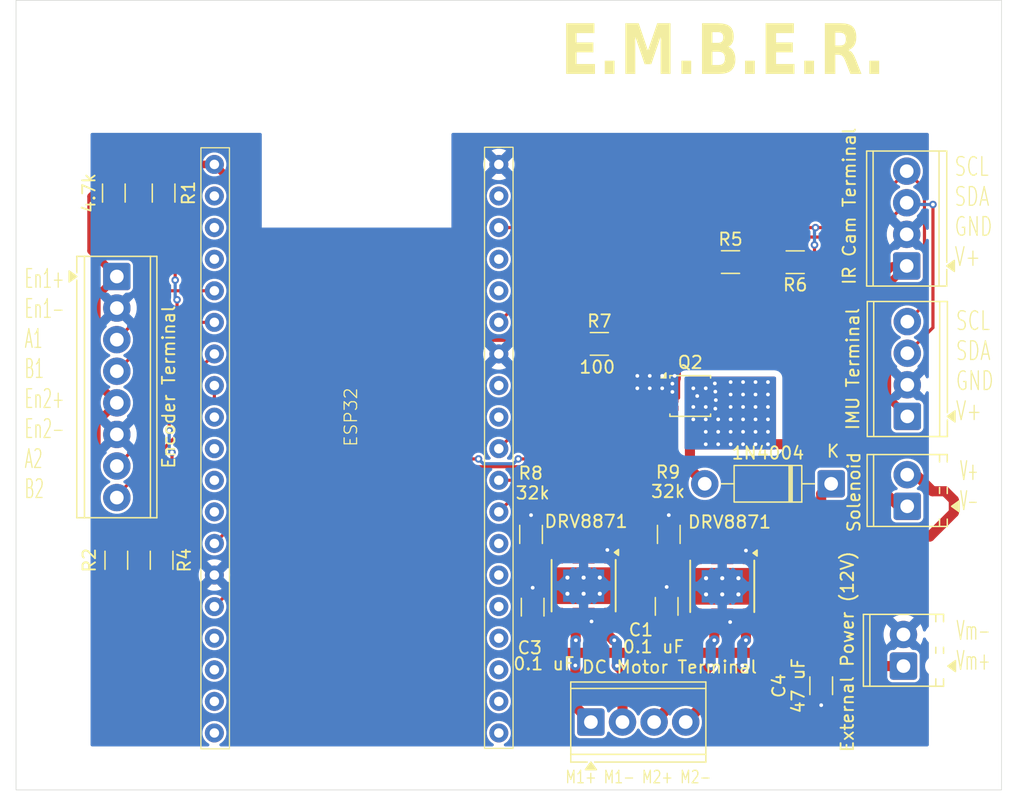
<source format=kicad_pcb>
(kicad_pcb (version 20241229) (generator "pcbnew") (generator_version "9.0")
  (layers (0 "F.Cu" signal) (2 "B.Cu" signal) (13 "F.Paste" user) (15 "B.Paste" user) (5 "F.SilkS" user "F.Silkscreen") (7 "B.SilkS" user "B.Silkscreen") (1 "F.Mask" user) (3 "B.Mask" user) (25 "Edge.Cuts" user))
  (net 0 "")
  (net 1 "+3V3")
  (net 2 "Net-(ESP32-GPIO32{slash}ADC4)")
  (net 6 "GND")
  (net 7 "/Vm")
  (net 14 "Net-(ESP32-GPI35{slash}ADC7)")
  (net 16 "Net-(ESP32-GPIO16{slash}RX2)")
  (net 17 "Net-(ESP32-GPIO21{slash}SDA)")
  (net 24 "Net-(ESP32-GPIO33{slash}ADC5)")
  (net 28 "Net-(ESP32-GPIO13)")
  (net 31 "Net-(ESP32-GPIO17{slash}TX2)")
  (net 32 "Net-(ESP32-GPIO22{slash}SCL)")
  (net 33 "Net-(ESP32-GPI34{slash}ADC6)")
  (net 34 "Net-(ESP32-GPIO12)")
  (net 35 "Net-(ESP32-GPIO5)")
  (net 38 "Net-(J4-Pin_3)")
  (net 39 "Net-(J4-Pin_4)")
  (net 40 "Net-(J4-Pin_2)")
  (net 41 "Net-(J4-Pin_1)")
  (net 42 "Net-(U2-ILIM)")
  (net 43 "Net-(U1-ILIM)")
  (net 44 "Net-(Q2-G)")
  (net 45 "/Q_D")
  (footprint "Resistor_SMD:R_1206_3216Metric_Pad1.30x1.75mm_HandSolder" (layer "F.Cu") (at 45.2 72.53 -90)
    (property "Reference" "R3" (hide yes))
    (property "Value" "~")
    (pad "1" smd roundrect (at -1.55 0 270) (size 1.3 1.75) (layers "F.Cu" "F.Mask" "F.Paste") (roundrect_rratio 0.192308) (net 2 "Net-(ESP32-GPIO32{slash}ADC4)"))
    (pad "2" smd roundrect (at 1.55 0 270) (size 1.3 1.75) (layers "F.Cu" "F.Mask" "F.Paste") (roundrect_rratio 0.192308) (net 1 "+3V3"))
  )
  (footprint "Resistor_SMD:R_1206_3216Metric_Pad1.30x1.75mm_HandSolder" (layer "F.Cu") (at 45 43 90)
    (property "Reference" "R2" (at -29.53 -1.97 270) (layer "F.SilkS"))
    (property "Value" "~")
    (pad "1" smd roundrect (at -1.55 0 90) (size 1.3 1.75) (layers "F.Cu" "F.Mask" "F.Paste") (roundrect_rratio 0.192308) (net 14 "Net-(ESP32-GPI35{slash}ADC7)"))
    (pad "2" smd roundrect (at 1.55 0 90) (size 1.3 1.75) (layers "F.Cu" "F.Mask" "F.Paste") (roundrect_rratio 0.192308) (net 1 "+3V3"))
  )
  (footprint "Capacitor_SMD:C_1206_3216Metric_Pad1.33x1.80mm_HandSolder" (layer "F.Cu") (at 89.43 76.24 90)
    (property "Reference" "C1" (at -1.89 -2.07 180) (layer "F.SilkS"))
    (property "Value" "0.1 uF" (at -3.25 -1.06 180) (layer "F.SilkS"))
    (pad "1" smd roundrect (at -1.5625 0 90) (size 1.325 1.8) (layers "F.Cu" "F.Mask" "F.Paste") (roundrect_rratio 0.188679) (net 7 "/Vm"))
    (pad "2" smd roundrect (at 1.5625 0 90) (size 1.325 1.8) (layers "F.Cu" "F.Mask" "F.Paste") (roundrect_rratio 0.188679) (net 6 "GND"))
  )
  (footprint "Resistor_SMD:R_1206_3216Metric_Pad1.30x1.75mm_HandSolder" (layer "F.Cu") (at 78.53 70.45 -90)
    (property "Reference" "R8" (at -4.92 0.03 180) (layer "F.SilkS"))
    (property "Value" "32k" (at -3.33 -0.13 180) (layer "F.SilkS"))
    (pad "1" smd roundrect (at -1.55 0 270) (size 1.3 1.75) (layers "F.Cu" "F.Mask" "F.Paste") (roundrect_rratio 0.192308) (net 6 "GND"))
    (pad "2" smd roundrect (at 1.55 0 270) (size 1.3 1.75) (layers "F.Cu" "F.Mask" "F.Paste") (roundrect_rratio 0.192308) (net 43 "Net-(U1-ILIM)"))
  )
  (footprint "TerminalBlock_Phoenix:TerminalBlock_Phoenix_MPT-0,5-4-2.54_1x04_P2.54mm_Horizontal" (layer "F.Cu") (at 108.72 48.86 90)
    (property "Reference" "J2")
    (property "Value" "IR Cam Terminal" (at 4.8 -4.61 90) (layer "F.SilkS"))
    (pad "1" thru_hole roundrect (at 0 0 90) (size 2.2 2.2) (drill 1.1) (layers "*.Cu" "*.Mask") (roundrect_rratio 0.113636) (net 1 "+3V3"))
    (pad "2" thru_hole circle (at 2.54 0 90) (size 2.2 2.2) (drill 1.1) (layers "*.Cu" "*.Mask") (net 6 "GND"))
    (pad "3" thru_hole circle (at 5.08 0 90) (size 2.2 2.2) (drill 1.1) (layers "*.Cu" "*.Mask") (net 17 "Net-(ESP32-GPIO21{slash}SDA)"))
    (pad "4" thru_hole circle (at 7.62 0 90) (size 2.2 2.2) (drill 1.1) (layers "*.Cu" "*.Mask") (net 32 "Net-(ESP32-GPIO22{slash}SCL)"))
  )
  (footprint "Capacitor_SMD:C_1206_3216Metric_Pad1.33x1.80mm_HandSolder" (layer "F.Cu") (at 78.66 76.3 90)
    (property "Reference" "C3" (at -3.27 -0.23 180) (layer "F.SilkS"))
    (property "Value" "0.1 uF" (at -4.56 0.91 180) (layer "F.SilkS"))
    (pad "1" smd roundrect (at -1.5625 0 90) (size 1.325 1.8) (layers "F.Cu" "F.Mask" "F.Paste") (roundrect_rratio 0.188679) (net 7 "/Vm"))
    (pad "2" smd roundrect (at 1.5625 0 90) (size 1.325 1.8) (layers "F.Cu" "F.Mask" "F.Paste") (roundrect_rratio 0.188679) (net 6 "GND"))
  )
  (footprint "Resistor_SMD:R_1206_3216Metric_Pad1.30x1.75mm_HandSolder" (layer "F.Cu") (at 48.84 72.53 -90)
    (property "Reference" "R4" (at 0 -1.83 90) (layer "F.SilkS"))
    (property "Value" "4.7k")
    (pad "1" smd roundrect (at -1.55 0 270) (size 1.3 1.75) (layers "F.Cu" "F.Mask" "F.Paste") (roundrect_rratio 0.192308) (net 24 "Net-(ESP32-GPIO33{slash}ADC5)"))
    (pad "2" smd roundrect (at 1.55 0 270) (size 1.3 1.75) (layers "F.Cu" "F.Mask" "F.Paste") (roundrect_rratio 0.192308) (net 1 "+3V3"))
  )
  (footprint "MountingHole:MountingHole_2.7mm_M2.5" (layer "F.Cu") (at 41 87)
    (property "Reference" "H3" (hide yes))
    (property "Value" "MountingHole")
    (pad "" np_thru_hole circle (at 0 0) (size 2.7 2.7) (drill 2.7) (layers "*.Cu" "*.Mask"))
  )
  (footprint "Resistor_SMD:R_1206_3216Metric_Pad1.30x1.75mm_HandSolder" (layer "F.Cu") (at 89.6 70.45 -90)
    (property "Reference" "R9" (at -5 0.06 180) (layer "F.SilkS"))
    (property "Value" "32k" (at -3.45 0.06 180) (layer "F.SilkS"))
    (pad "1" smd roundrect (at -1.55 0 270) (size 1.3 1.75) (layers "F.Cu" "F.Mask" "F.Paste") (roundrect_rratio 0.192308) (net 6 "GND"))
    (pad "2" smd roundrect (at 1.55 0 270) (size 1.3 1.75) (layers "F.Cu" "F.Mask" "F.Paste") (roundrect_rratio 0.192308) (net 42 "Net-(U2-ILIM)"))
  )
  (footprint "ME507F24:ESP32_NodeMCU_KeeYees" (layer "F.Cu") (at 64.51 61.018283)
    (property "Reference" "ESP32" (at -0.46 0 90) (layer "F.SilkS") (effects (font (thickness 0.1))))
    (property "Value" "~")
    (pad "1" thru_hole circle (at -11.43 -20.32) (size 1.524 1.524) (drill 0.762) (layers "*.Cu" "*.Mask") (net 1 "+3V3"))
    (pad "2" thru_hole circle (at -11.43 -17.78) (size 1.524 1.524) (drill 0.762) (layers "*.Cu" "*.Mask"))
    (pad "3" thru_hole circle (at -11.43 -15.24) (size 1.524 1.524) (drill 0.762) (layers "*.Cu" "*.Mask"))
    (pad "4" thru_hole circle (at -11.43 -12.7) (size 1.524 1.524) (drill 0.762) (layers "*.Cu" "*.Mask"))
    (pad "5" thru_hole circle (at -11.43 -10.16) (size 1.524 1.524) (drill 0.762) (layers "*.Cu" "*.Mask") (net 33 "Net-(ESP32-GPI34{slash}ADC6)"))
    (pad "6" thru_hole circle (at -11.43 -7.62) (size 1.524 1.524) (drill 0.762) (layers "*.Cu" "*.Mask") (net 14 "Net-(ESP32-GPI35{slash}ADC7)"))
    (pad "7" thru_hole circle (at -11.43 -5.08) (size 1.524 1.524) (drill 0.762) (layers "*.Cu" "*.Mask") (net 2 "Net-(ESP32-GPIO32{slash}ADC4)"))
    (pad "8" thru_hole circle (at -11.43 -2.54) (size 1.524 1.524) (drill 0.762) (layers "*.Cu" "*.Mask") (net 24 "Net-(ESP32-GPIO33{slash}ADC5)"))
    (pad "9" thru_hole circle (at -11.43 0) (size 1.524 1.524) (drill 0.762) (layers "*.Cu" "*.Mask"))
    (pad "10" thru_hole circle (at -11.43 2.54) (size 1.524 1.524) (drill 0.762) (layers "*.Cu" "*.Mask"))
    (pad "11" thru_hole circle (at -11.43 5.08) (size 1.524 1.524) (drill 0.762) (layers "*.Cu" "*.Mask"))
    (pad "12" thru_hole circle (at -11.43 7.62) (size 1.524 1.524) (drill 0.762) (layers "*.Cu" "*.Mask"))
    (pad "13" thru_hole circle (at -11.43 10.16) (size 1.524 1.524) (drill 0.762) (layers "*.Cu" "*.Mask") (net 34 "Net-(ESP32-GPIO12)"))
    (pad "14" thru_hole circle (at -11.43 12.7) (size 1.524 1.524) (drill 0.762) (layers "*.Cu" "*.Mask") (net 6 "GND"))
    (pad "15" thru_hole circle (at -11.43 15.24) (size 1.524 1.524) (drill 0.762) (layers "*.Cu" "*.Mask") (net 28 "Net-(ESP32-GPIO13)"))
    (pad "16" thru_hole circle (at -11.43 17.78) (size 1.524 1.524) (drill 0.762) (layers "*.Cu" "*.Mask"))
    (pad "17" thru_hole circle (at -11.43 20.32) (size 1.524 1.524) (drill 0.762) (layers "*.Cu" "*.Mask"))
    (pad "18" thru_hole circle (at -11.43 22.86) (size 1.524 1.524) (drill 0.762) (layers "*.Cu" "*.Mask"))
    (pad "19" thru_hole circle (at -11.43 25.4) (size 1.524 1.524) (drill 0.762) (layers "*.Cu" "*.Mask"))
    (pad "20" thru_hole circle (at 11.43 25.4) (size 1.524 1.524) (drill 0.762) (layers "*.Cu" "*.Mask"))
    (pad "21" thru_hole circle (at 11.43 22.86) (size 1.524 1.524) (drill 0.762) (layers "*.Cu" "*.Mask"))
    (pad "22" thru_hole circle (at 11.43 20.32) (size 1.524 1.524) (drill 0.762) (layers "*.Cu" "*.Mask"))
    (pad "23" thru_hole circle (at 11.43 17.78) (size 1.524 1.524) (drill 0.762) (layers "*.Cu" "*.Mask"))
    (pad "24" thru_hole circle (at 11.43 15.24) (size 1.524 1.524) (drill 0.762) (layers "*.Cu" "*.Mask"))
    (pad "25" thru_hole circle (at 11.43 12.7) (size 1.524 1.524) (drill 0.762) (layers "*.Cu" "*.Mask"))
    (pad "26" thru_hole circle (at 11.43 10.16) (size 1.524 1.524) (drill 0.762) (layers "*.Cu" "*.Mask"))
    (pad "27" thru_hole circle (at 11.43 7.62) (size 1.524 1.524) (drill 0.762) (layers "*.Cu" "*.Mask") (net 16 "Net-(ESP32-GPIO16{slash}RX2)"))
    (pad "28" thru_hole circle (at 11.43 5.08) (size 1.524 1.524) (drill 0.762) (layers "*.Cu" "*.Mask") (net 31 "Net-(ESP32-GPIO17{slash}TX2)"))
    (pad "29" thru_hole circle (at 11.43 2.54) (size 1.524 1.524) (drill 0.762) (layers "*.Cu" "*.Mask") (net 35 "Net-(ESP32-GPIO5)"))
    (pad "30" thru_hole circle (at 11.43 0) (size 1.524 1.524) (drill 0.762) (layers "*.Cu" "*.Mask"))
    (pad "31" thru_hole circle (at 11.43 -2.54) (size 1.524 1.524) (drill 0.762) (layers "*.Cu" "*.Mask"))
    (pad "32" thru_hole circle (at 11.43 -5.08) (size 1.524 1.524) (drill 0.762) (layers "*.Cu" "*.Mask") (net 6 "GND"))
    (pad "33" thru_hole circle (at 11.43 -7.62) (size 1.524 1.524) (drill 0.762) (layers "*.Cu" "*.Mask") (net 17 "Net-(ESP32-GPIO21{slash}SDA)"))
    (pad "34" thru_hole circle (at 11.43 -10.16) (size 1.524 1.524) (drill 0.762) (layers "*.Cu" "*.Mask"))
    (pad "35" thru_hole circle (at 11.43 -12.7) (size 1.524 1.524) (drill 0.762) (layers "*.Cu" "*.Mask"))
    (pad "36" thru_hole circle (at 11.43 -15.24) (size 1.524 1.524) (drill 0.762) (layers "*.Cu" "*.Mask") (net 32 "Net-(ESP32-GPIO22{slash}SCL)"))
    (pad "37" thru_hole circle (at 11.43 -17.78) (size 1.524 1.524) (drill 0.762) (layers "*.Cu" "*.Mask"))
    (pad "38" thru_hole circle (at 11.43 -20.32) (size 1.524 1.524) (drill 0.762) (layers "*.Cu" "*.Mask") (net 6 "GND"))
  )
  (footprint "MountingHole:MountingHole_2.7mm_M2.5" (layer "F.Cu") (at 113 31)
    (property "Reference" "H2" (hide yes))
    (property "Value" "MountingHole")
    (pad "" np_thru_hole circle (at 0 0) (size 2.7 2.7) (drill 2.7) (layers "*.Cu" "*.Mask"))
  )
  (footprint "Package_SO:Texas_HTSOP-8-1EP_3.9x4.9mm_P1.27mm_EP2.95x4.9mm_Mask2.4x3.1mm_ThermalVias" (layer "F.Cu") (at 93.895 74.625 -90)
    (property "Reference" "U2")
    (property "Value" "DRV8871" (at -5.165 -0.585 180) (layer "F.SilkS"))
    (pad "1" smd rect (at -2.875 -1.905 270) (size 2.2 0.5) (layers "F.Cu" "F.Mask" "F.Paste") (net 6 "GND"))
    (pad "2" smd rect (at -2.875 -0.635 270) (size 2.2 0.5) (layers "F.Cu" "F.Mask" "F.Paste") (net 34 "Net-(ESP32-GPIO12)"))
    (pad "3" smd rect (at -2.875 0.635 270) (size 2.2 0.5) (layers "F.Cu" "F.Mask" "F.Paste") (net 28 "Net-(ESP32-GPIO13)"))
    (pad "4" smd rect (at -2.875 1.905 270) (size 2.2 0.5) (layers "F.Cu" "F.Mask" "F.Paste") (net 42 "Net-(U2-ILIM)"))
    (pad "5" smd rect (at 2.875 1.905 270) (size 2.2 0.5) (layers "F.Cu" "F.Mask" "F.Paste") (net 7 "/Vm"))
    (pad "6" smd rect (at 2.875 0.635 270) (size 2.2 0.5) (layers "F.Cu" "F.Mask" "F.Paste") (net 38 "Net-(J4-Pin_3)"))
    (pad "7" smd rect (at 2.875 -0.635 270) (size 2.2 0.5) (layers "F.Cu" "F.Mask" "F.Paste") (net 6 "GND"))
    (pad "8" smd rect (at 2.875 -1.905 270) (size 2.2 0.5) (layers "F.Cu" "F.Mask" "F.Paste") (net 39 "Net-(J4-Pin_4)"))
    (pad "9" thru_hole circle (at -0.65 -1.3 270) (size 0.63 0.63) (drill 0.33) (layers "*.Cu" "*.Mask") (net 6 "GND"))
    (pad "9" thru_hole circle (at -0.65 0 270) (size 0.63 0.63) (drill 0.33) (layers "*.Cu" "*.Mask") (net 6 "GND"))
    (pad "9" thru_hole circle (at -0.65 1.3 270) (size 0.63 0.63) (drill 0.33) (layers "*.Cu" "*.Mask") (net 6 "GND"))
    (pad "9" smd rect (at 0 0 270) (size 2.6 3.3) (layers "B.Cu") (net 6 "GND"))
    (pad "9" smd rect (at 0 0 270) (size 2.95 4.9) (layers "F.Cu") (net 6 "GND"))
    (pad "9" thru_hole circle (at 0.65 -1.3 270) (size 0.63 0.63) (drill 0.33) (layers "*.Cu" "*.Mask") (net 6 "GND"))
    (pad "9" thru_hole circle (at 0.65 0 270) (size 0.63 0.63) (drill 0.33) (layers "*.Cu" "*.Mask") (net 6 "GND"))
    (pad "9" thru_hole circle (at 0.65 1.3 270) (size 0.63 0.63) (drill 0.33) (layers "*.Cu" "*.Mask") (net 6 "GND"))
  )
  (footprint "Capacitor_SMD:C_1206_3216Metric_Pad1.33x1.80mm_HandSolder" (layer "F.Cu") (at 101.85 82.62 -90)
    (property "Reference" "C4" (at 0 3.4 90) (layer "F.SilkS"))
    (property "Value" "47 uF" (at 0 1.85 90) (layer "F.SilkS"))
    (pad "1" smd roundrect (at -1.5625 0 270) (size 1.325 1.8) (layers "F.Cu" "F.Mask" "F.Paste") (roundrect_rratio 0.188679) (net 7 "/Vm"))
    (pad "2" smd roundrect (at 1.5625 0 270) (size 1.325 1.8) (layers "F.Cu" "F.Mask" "F.Paste") (roundrect_rratio 0.188679) (net 6 "GND"))
  )
  (footprint "TerminalBlock_Phoenix:TerminalBlock_Phoenix_MPT-0,5-4-2.54_1x04_P2.54mm_Horizontal" (layer "F.Cu") (at 83.34 85.54)
    (property "Reference" "J4")
    (property "Value" "DC Motor Terminal" (at 6.32 -4.42 0) (layer "F.SilkS"))
    (pad "1" thru_hole roundrect (at 0 0) (size 2.2 2.2) (drill 1.1) (layers "*.Cu" "*.Mask") (roundrect_rratio 0.113636) (net 41 "Net-(J4-Pin_1)"))
    (pad "2" thru_hole circle (at 2.54 0) (size 2.2 2.2) (drill 1.1) (layers "*.Cu" "*.Mask") (net 40 "Net-(J4-Pin_2)"))
    (pad "3" thru_hole circle (at 5.08 0) (size 2.2 2.2) (drill 1.1) (layers "*.Cu" "*.Mask") (net 38 "Net-(J4-Pin_3)"))
    (pad "4" thru_hole circle (at 7.62 0) (size 2.2 2.2) (drill 1.1) (layers "*.Cu" "*.Mask") (net 39 "Net-(J4-Pin_4)"))
  )
  (footprint "Resistor_SMD:R_1206_3216Metric_Pad1.30x1.75mm_HandSolder" (layer "F.Cu") (at 99.76 48.56 180)
    (property "Reference" "R6" (at 0 -1.83 0) (layer "F.SilkS"))
    (property "Value" "~")
    (pad "1" smd roundrect (at -1.55 0 180) (size 1.3 1.75) (layers "F.Cu" "F.Mask" "F.Paste") (roundrect_rratio 0.192308) (net 32 "Net-(ESP32-GPIO22{slash}SCL)"))
    (pad "2" smd roundrect (at 1.55 0 180) (size 1.3 1.75) (layers "F.Cu" "F.Mask" "F.Paste") (roundrect_rratio 0.192308) (net 1 "+3V3"))
  )
  (footprint "TerminalBlock_Phoenix:TerminalBlock_Phoenix_MPT-0,5-2-2.54_1x02_P2.54mm_Horizontal" (layer "F.Cu") (at 108.76 68.19 90)
    (property "Reference" "J1")
    (property "Value" "Solenoid" (at 1.14 -4.28 90) (layer "F.SilkS"))
    (pad "" np_thru_hole circle (at 0 2.54 90) (size 1.1 1.1) (drill 1.1) (layers "*.Cu" "*.Mask"))
    (pad "" np_thru_hole circle (at 2.54 2.54 90) (size 1.1 1.1) (drill 1.1) (layers "*.Cu" "*.Mask"))
    (pad "1" thru_hole roundrect (at 0 0 90) (size 2.2 2.2) (drill 1.1) (layers "*.Cu" "*.Mask") (roundrect_rratio 0.113636) (net 45 "/Q_D"))
    (pad "2" thru_hole circle (at 2.54 0 90) (size 2.2 2.2) (drill 1.1) (layers "*.Cu" "*.Mask") (net 7 "/Vm"))
  )
  (footprint "MountingHole:MountingHole_2.7mm_M2.5" (layer "F.Cu") (at 113 87)
    (property "Reference" "H4")
    (property "Value" "MountingHole")
    (pad "" np_thru_hole circle (at 0 0) (size 2.7 2.7) (drill 2.7) (layers "*.Cu" "*.Mask"))
  )
  (footprint "Resistor_SMD:R_1206_3216Metric_Pad1.30x1.75mm_HandSolder" (layer "F.Cu") (at 84.02 55.13)
    (property "Reference" "R7" (at 0 -1.83 0) (layer "F.SilkS"))
    (property "Value" "100" (at -0.17 1.87 0) (layer "F.SilkS"))
    (pad "1" smd roundrect (at -1.55 0) (size 1.3 1.75) (layers "F.Cu" "F.Mask" "F.Paste") (roundrect_rratio 0.192308) (net 35 "Net-(ESP32-GPIO5)"))
    (pad "2" smd roundrect (at 1.55 0) (size 1.3 1.75) (layers "F.Cu" "F.Mask" "F.Paste") (roundrect_rratio 0.192308) (net 44 "Net-(Q2-G)"))
  )
  (footprint "Resistor_SMD:R_1206_3216Metric_Pad1.30x1.75mm_HandSolder" (layer "F.Cu") (at 49 43 90)
    (property "Reference" "R1" (at 0 2 90) (layer "F.SilkS"))
    (property "Value" "~")
    (pad "1" smd roundrect (at -1.55 0 90) (size 1.3 1.75) (layers "F.Cu" "F.Mask" "F.Paste") (roundrect_rratio 0.192308) (net 33 "Net-(ESP32-GPI34{slash}ADC6)"))
    (pad "2" smd roundrect (at 1.55 0 90) (size 1.3 1.75) (layers "F.Cu" "F.Mask" "F.Paste") (roundrect_rratio 0.192308) (net 1 "+3V3"))
  )
  (footprint "Diode_THT:D_DO-41_SOD81_P10.16mm_Horizontal" (layer "F.Cu") (at 102.65 66.38 180)
    (property "Reference" "D1")
    (property "Value" "1N4004" (at 5.08 2.47 0) (layer "F.SilkS"))
    (fp_text user "K" (at -0.15 2.62 0) (layer "F.SilkS"))
    (pad "1" thru_hole roundrect (at 0 0 180) (size 2.2 2.2) (drill 1.1) (layers "*.Cu" "*.Mask") (roundrect_rratio 0.113636) (net 7 "/Vm"))
    (pad "2" thru_hole circle (at 10.16 0 180) (size 2.2 2.2) (drill 1.1) (layers "*.Cu" "*.Mask") (net 45 "/Q_D"))
  )
  (footprint "MountingHole:MountingHole_2.7mm_M2.5" (layer "F.Cu") (at 41 31)
    (property "Reference" "H1" (hide yes))
    (property "Value" "MountingHole")
    (pad "" np_thru_hole circle (at 0 0) (size 2.7 2.7) (drill 2.7) (layers "*.Cu" "*.Mask"))
  )
  (footprint "TerminalBlock_Phoenix:TerminalBlock_Phoenix_MPT-0,5-2-2.54_1x02_P2.54mm_Horizontal" (layer "F.Cu") (at 108.46 81.04 90)
    (property "Reference" "J3")
    (property "Value" "External Power (12V)" (at 1.16 -4.51 90) (layer "F.SilkS"))
    (pad "" np_thru_hole circle (at 0 2.54 90) (size 1.1 1.1) (drill 1.1) (layers "*.Cu" "*.Mask"))
    (pad "" np_thru_hole circle (at 2.54 2.54 90) (size 1.1 1.1) (drill 1.1) (layers "*.Cu" "*.Mask"))
    (pad "1" thru_hole roundrect (at 0 0 90) (size 2.2 2.2) (drill 1.1) (layers "*.Cu" "*.Mask") (roundrect_rratio 0.113636) (net 7 "/Vm"))
    (pad "2" thru_hole circle (at 2.54 0 90) (size 2.2 2.2) (drill 1.1) (layers "*.Cu" "*.Mask") (net 6 "GND"))
  )
  (footprint "Resistor_SMD:R_1206_3216Metric_Pad1.30x1.75mm_HandSolder" (layer "F.Cu") (at 94.56 48.55)
    (property "Reference" "R5" (at 0 -1.83 0) (layer "F.SilkS"))
    (property "Value" "~")
    (pad "1" smd roundrect (at -1.55 0) (size 1.3 1.75) (layers "F.Cu" "F.Mask" "F.Paste") (roundrect_rratio 0.192308) (net 17 "Net-(ESP32-GPIO21{slash}SDA)"))
    (pad "2" smd roundrect (at 1.55 0) (size 1.3 1.75) (layers "F.Cu" "F.Mask" "F.Paste") (roundrect_rratio 0.192308) (net 1 "+3V3"))
  )
  (footprint "Package_SO:Texas_HTSOP-8-1EP_3.9x4.9mm_P1.27mm_EP2.95x4.9mm_Mask2.4x3.1mm_ThermalVias" (layer "F.Cu") (at 82.755 74.575 -90)
    (property "Reference" "U1")
    (property "Value" "DRV8871" (at -5.165 -0.195 180) (layer "F.SilkS"))
    (pad "1" smd rect (at -2.875 -1.905 270) (size 2.2 0.5) (layers "F.Cu" "F.Mask" "F.Paste") (net 6 "GND"))
    (pad "2" smd rect (at -2.875 -0.635 270) (size 2.2 0.5) (layers "F.Cu" "F.Mask" "F.Paste") (net 31 "Net-(ESP32-GPIO17{slash}TX2)"))
    (pad "3" smd rect (at -2.875 0.635 270) (size 2.2 0.5) (layers "F.Cu" "F.Mask" "F.Paste") (net 16 "Net-(ESP32-GPIO16{slash}RX2)"))
    (pad "4" smd rect (at -2.875 1.905 270) (size 2.2 0.5) (layers "F.Cu" "F.Mask" "F.Paste") (net 43 "Net-(U1-ILIM)"))
    (pad "5" smd rect (at 2.875 1.905 270) (size 2.2 0.5) (layers "F.Cu" "F.Mask" "F.Paste") (net 7 "/Vm"))
    (pad "6" smd rect (at 2.875 0.635 270) (size 2.2 0.5) (layers "F.Cu" "F.Mask" "F.Paste") (net 41 "Net-(J4-Pin_1)"))
    (pad "7" smd rect (at 2.875 -0.635 270) (size 2.2 0.5) (layers "F.Cu" "F.Mask" "F.Paste") (net 6 "GND"))
    (pad "8" smd rect (at 2.875 -1.905 270) (size 2.2 0.5) (layers "F.Cu" "F.Mask" "F.Paste") (net 40 "Net-(J4-Pin_2)"))
    (pad "9" thru_hole circle (at -0.65 -1.3 270) (size 0.63 0.63) (drill 0.33) (layers "*.Cu" "*.Mask") (net 6 "GND"))
    (pad "9" thru_hole circle (at -0.65 0 270) (size 0.63 0.63) (drill 0.33) (layers "*.Cu" "*.Mask") (net 6 "GND"))
    (pad "9" thru_hole circle (at -0.65 1.3 270) (size 0.63 0.63) (drill 0.33) (layers "*.Cu" "*.Mask") (net 6 "GND"))
    (pad "9" smd rect (at 0 0 270) (size 2.6 3.3) (layers "B.Cu") (net 6 "GND"))
    (pad "9" smd rect (at 0 0 270) (size 2.95 4.9) (layers "F.Cu") (net 6 "GND"))
    (pad "9" thru_hole circle (at 0.65 -1.3 270) (size 0.63 0.63) (drill 0.33) (layers "*.Cu" "*.Mask") (net 6 "GND"))
    (pad "9" thru_hole circle (at 0.65 0 270) (size 0.63 0.63) (drill 0.33) (layers "*.Cu" "*.Mask") (net 6 "GND"))
    (pad "9" thru_hole circle (at 0.65 1.3 270) (size 0.63 0.63) (drill 0.33) (layers "*.Cu" "*.Mask") (net 6 "GND"))
  )
  (footprint "TerminalBlock_Phoenix:TerminalBlock_Phoenix_MPT-0,5-4-2.54_1x04_P2.54mm_Horizontal" (layer "F.Cu") (at 108.77 60.96 90)
    (property "Reference" "J6")
    (property "Value" "IMU Terminal" (at 3.81 -4.38 90) (layer "F.SilkS"))
    (pad "1" thru_hole roundrect (at 0 0 90) (size 2.2 2.2) (drill 1.1) (layers "*.Cu" "*.Mask") (roundrect_rratio 0.113636) (net 1 "+3V3"))
    (pad "2" thru_hole circle (at 2.54 0 90) (size 2.2 2.2) (drill 1.1) (layers "*.Cu" "*.Mask") (net 6 "GND"))
    (pad "3" thru_hole circle (at 5.08 0 90) (size 2.2 2.2) (drill 1.1) (layers "*.Cu" "*.Mask") (net 17 "Net-(ESP32-GPIO21{slash}SDA)"))
    (pad "4" thru_hole circle (at 7.62 0 90) (size 2.2 2.2) (drill 1.1) (layers "*.Cu" "*.Mask") (net 32 "Net-(ESP32-GPIO22{slash}SCL)"))
  )
  (footprint "TerminalBlock_Phoenix:TerminalBlock_Phoenix_MPT-0,5-8-2.54_1x08_P2.54mm_Horizontal" (layer "F.Cu") (at 45.24 49.71 -90)
    (property "Reference" "J5")
    (property "Value" "Encoder Terminal" (at 8.89 -4.17 90) (layer "F.SilkS"))
    (pad "1" thru_hole roundrect (at 0 0 270) (size 2.2 2.2) (drill 1.1) (layers "*.Cu" "*.Mask") (roundrect_rratio 0.113636) (net 1 "+3V3"))
    (pad "2" thru_hole circle (at 2.54 0 270) (size 2.2 2.2) (drill 1.1) (layers "*.Cu" "*.Mask") (net 6 "GND"))
    (pad "3" thru_hole circle (at 5.08 0 270) (size 2.2 2.2) (drill 1.1) (layers "*.Cu" "*.Mask") (net 33 "Net-(ESP32-GPI34{slash}ADC6)"))
    (pad "4" thru_hole circle (at 7.62 0 270) (size 2.2 2.2) (drill 1.1) (layers "*.Cu" "*.Mask") (net 14 "Net-(ESP32-GPI35{slash}ADC7)"))
    (pad "5" thru_hole circle (at 10.16 0 270) (size 2.2 2.2) (drill 1.1) (layers "*.Cu" "*.Mask") (net 1 "+3V3"))
    (pad "6" thru_hole circle (at 12.7 0 270) (size 2.2 2.2) (drill 1.1) (layers "*.Cu" "*.Mask") (net 6 "GND"))
    (pad "7" thru_hole circle (at 15.24 0 270) (size 2.2 2.2) (drill 1.1) (layers "*.Cu" "*.Mask") (net 2 "Net-(ESP32-GPIO32{slash}ADC4)"))
    (pad "8" thru_hole circle (at 17.78 0 270) (size 2.2 2.2) (drill 1.1) (layers "*.Cu" "*.Mask") (net 24 "Net-(ESP32-GPIO33{slash}ADC5)"))
  )
  (footprint "EMBER_Footprints:MOSFET_Vishay_PowerPAK_1212-8_Single_JACKSON" (layer "F.Cu") (at 91.325 59.32)
    (property "Reference" "Q2" (at 0 -2.7 0) (layer "F.SilkS"))
    (property "Value" "Q_NMOS_SGD")
    (pad "1" smd rect (at -1.435 -0.99) (size 0.99 0.405) (layers "F.Cu" "F.Mask" "F.Paste") (net 6 "GND"))
    (pad "1" smd rect (at -1.435 -0.33) (size 0.99 0.405) (layers "F.Cu" "F.Mask" "F.Paste") (net 6 "GND"))
    (pad "1" smd rect (at -1.435 0.33) (size 0.99 0.405) (layers "F.Cu" "F.Mask" "F.Paste") (net 6 "GND"))
    (pad "2" smd rect (at -1.435 0.99) (size 0.99 0.405) (layers "F.Cu" "F.Mask" "F.Paste") (net 44 "Net-(Q2-G)"))
    (pad "3" smd custom (at 0.5575 0) (size 1.725 2.235) (layers "F.Cu" "F.Mask" "F.Paste") (net 45 "/Q_D") (options (clearance outline) (anchor rect)) (primitives (gr_poly (pts (xy 1.3725 -0.7875) (xy 0.8625 -0.7875) (xy 0.8625 -0.5325) (xy 1.3725 -0.5325) (xy 1.3725 -0.1275) (xy 0.8625 -0.1275) (xy 0.8625 0.1275) (xy 1.3725 0.1275) (xy 1.3725 0.5325) (xy 0.8625 0.5325) (xy 0.8625 0.7875) (xy 1.3725 0.7875) (xy 1.3725 1.195) (xy 0.6125 1.195) (xy 0.6125 -1.195) (xy 1.3725 -1.195)) (width 0) (fill yes))))
  )
  (gr_rect (start 37.14 27.5) (end 116.34 91) (stroke (width 0.05)) (fill no) (layer "Edge.Cuts"))
  (gr_text "E.M.B.E.R." (at 80.94 34.1 0) (layer "F.SilkS") (effects (font (size 4 3.2) (thickness 0.1)) (justify left bottom)))
  (gr_text "4.7k" (at 43 43 90) (layer "F.SilkS") (effects (font (size 1 1))))
  (gr_text "Vm-\nVm+\n" (at 112.64 81.48 0) (layer "F.SilkS") (effects (font (size 1.5 0.8) (thickness 0.1)) (justify left bottom)))
  (gr_text "SCL\nSDA\nGND\nV+" (at 112.6 61.4 0) (layer "F.SilkS") (effects (font (size 1.5 1) (thickness 0.1)) (justify left bottom)))
  (gr_text "M1+ M1- M2+ M2-" (at 81.23 90.55 0) (layer "F.SilkS") (effects (font (size 1 0.75) (thickness 0.1)) (justify left bottom)))
  (gr_text "V+\nV-\n" (at 112.94 68.63 0) (layer "F.SilkS") (effects (font (size 1.5 0.7) (thickness 0.1)) (justify left bottom)))
  (gr_text "En1+\nEn1-\nA1\nB1\nEn2+\nEn2-\nA2\nB2" (at 37.76 67.67 0) (layer "F.SilkS") (effects (font (size 1.5 0.8) (thickness 0.1)) (justify left bottom)))
  (gr_text "SCL\nSDA\nGND\nV+" (at 112.5 49 0) (layer "F.SilkS") (effects (font (size 1.5 1) (thickness 0.1)) (justify left bottom)))
  (segment (start 43.6342 72.5142) (end 45.2 74.08) (width 0.6096) (layer "F.Cu") (net 1))
  (segment (start 97.2 49.57) (end 97.13 49.57) (width 0.6096) (layer "F.Cu") (net 1))
  (segment (start 48.84 74.08) (end 45.2 74.08) (width 0.6096) (layer "F.Cu") (net 1))
  (segment (start 43.6342 61.4758) (end 43.6342 72.5142) (width 0.6096) (layer "F.Cu") (net 1))
  (segment (start 97.2 49.57) (end 98.21 48.56) (width 0.6096) (layer "F.Cu") (net 1))
  (segment (start 104.69 51.76) (end 107.59 48.86) (width 0.6096) (layer "F.Cu") (net 1))
  (segment (start 97.2 51.76) (end 97.2 49.57) (width 0.6096) (layer "F.Cu") (net 1))
  (segment (start 83.3 51.76) (end 97.2 51.76) (width 0.6096) (layer "F.Cu") (net 1))
  (segment (start 43.6342 58.2642) (end 45.24 59.87) (width 0.6096) (layer "F.Cu") (net 1))
  (segment (start 107.59 48.86) (end 108.72 48.86) (width 0.6096) (layer "F.Cu") (net 1))
  (segment (start 107.1642 50.4158) (end 107.1642 59.3542) (width 0.6096) (layer "F.Cu") (net 1))
  (segment (start 55.5 45.160376) (end 65.005707 54.666083) (width 0.6096) (layer "F.Cu") (net 1))
  (segment (start 53.08 40.698283) (end 49.751717 40.698283) (width 0.6096) (layer "F.Cu") (net 1))
  (segment (start 45.24 59.87) (end 43.6342 61.4758) (width 0.6096) (layer "F.Cu") (net 1))
  (segment (start 55.5 43.118283) (end 55.5 45.160376) (width 0.6096) (layer "F.Cu") (net 1))
  (segment (start 53.08 40.698283) (end 55.5 43.118283) (width 0.6096) (layer "F.Cu") (net 1))
  (segment (start 97.2 51.76) (end 104.69 51.76) (width 0.6096) (layer "F.Cu") (net 1))
  (segment (start 49 41.45) (end 45 41.45) (width 0.6096) (layer "F.Cu") (net 1))
  (segment (start 80.393917 54.666083) (end 83.3 51.76) (width 0.6096) (layer "F.Cu") (net 1))
  (segment (start 43.17 43.28) (end 43.17 47.64) (width 0.6096) (layer "F.Cu") (net 1))
  (segment (start 49.751717 40.698283) (end 49 41.45) (width 0.6096) (layer "F.Cu") (net 1))
  (segment (start 45 41.45) (end 43.17 43.28) (width 0.6096) (layer "F.Cu") (net 1))
  (segment (start 43.17 47.64) (end 45.24 49.71) (width 0.6096) (layer "F.Cu") (net 1))
  (segment (start 97.13 49.57) (end 96.11 48.55) (width 0.6096) (layer "F.Cu") (net 1))
  (segment (start 45.24 49.71) (end 43.6342 51.3158) (width 0.6096) (layer "F.Cu") (net 1))
  (segment (start 43.6342 51.3158) (end 43.6342 58.2642) (width 0.6096) (layer "F.Cu") (net 1))
  (segment (start 107.1642 59.3542) (end 108.77 60.96) (width 0.6096) (layer "F.Cu") (net 1))
  (segment (start 65.005707 54.666083) (end 80.393917 54.666083) (width 0.6096) (layer "F.Cu") (net 1))
  (segment (start 108.72 48.86) (end 107.1642 50.4158) (width 0.6096) (layer "F.Cu") (net 1))
  (segment (start 51.88 57.138283) (end 53.08 55.938283) (width 0.254) (layer "F.Cu") (net 2))
  (segment (start 45.24 64.95) (end 49.45 60.74) (width 0.254) (layer "F.Cu") (net 2))
  (segment (start 49.45 60.74) (end 49.45 62.09) (width 0.254) (layer "F.Cu") (net 2))
  (segment (start 51.88 58.31) (end 51.88 57.138283) (width 0.254) (layer "F.Cu") (net 2))
  (segment (start 49.675129 66.504871) (end 49.675129 63.85) (width 0.254) (layer "F.Cu") (net 2))
  (segment (start 45.2 70.98) (end 49.675129 66.504871) (width 0.254) (layer "F.Cu") (net 2))
  (segment (start 49.45 60.74) (end 51.88 58.31) (width 0.254) (layer "F.Cu") (net 2))
  (via (at 49.675129 63.85) (size 0.6) (drill 0.3) (layers "F.Cu" "B.Cu") (net 2))
  (via (at 49.45 62.09) (size 0.6) (drill 0.3) (layers "F.Cu" "B.Cu") (net 2))
  (segment (start 49.45 63.624871) (end 49.675129 63.85) (width 0.254) (layer "B.Cu") (net 2))
  (segment (start 49.45 62.09) (end 49.45 63.624871) (width 0.254) (layer "B.Cu") (net 2))
  (segment (start 89.89 59.65) (end 89.89 58.33) (width 0.254) (layer "F.Cu") (net 6))
  (via (at 78.66 74.7375) (size 0.6) (drill 0.3) (layers "F.Cu" "B.Cu") (net 6))
  (via (at 87.07 58.7) (size 0.6) (drill 0.3) (layers "F.Cu" "B.Cu") (net 6))
  (via (at 88.07 57.7) (size 0.6) (drill 0.3) (layers "F.Cu" "B.Cu") (net 6))
  (via (at 89.07 57.7) (size 0.6) (drill 0.3) (layers "F.Cu" "B.Cu") (net 6))
  (via (at 84.66 71.7) (size 0.6) (drill 0.3) (layers "F.Cu" "B.Cu") (net 6))
  (via (at 89.89 58.33) (size 0.6) (drill 0.3) (layers "F.Cu" "B.Cu") (net 6))
  (via (at 89.6 68.9) (size 0.6) (drill 0.3) (layers "F.Cu" "B.Cu") (net 6))
  (via (at 89.89 58.99) (size 0.6) (drill 0.3) (layers "F.Cu" "B.Cu") (net 6))
  (via (at 87.07 57.7) (size 0.6) (drill 0.3) (layers "F.Cu" "B.Cu") (net 6))
  (via (at 78.53 68.9) (size 0.6) (drill 0.3) (layers "F.Cu" "B.Cu") (net 6))
  (via (at 83.39 77.45) (size 0.6) (drill 0.3) (layers "F.Cu" "B.Cu") (net 6))
  (via (at 95.8 71.75) (size 0.6) (drill 0.3) (layers "F.Cu" "B.Cu") (net 6))
  (via (at 90.07 57.7) (size 0.6) (drill 0.3) (layers "F.Cu" "B.Cu") (net 6))
  (via (at 89.43 74.6775) (size 0.6) (drill 0.3) (layers "F.Cu" "B.Cu") (net 6))
  (via (at 101.85 84.1825) (size 0.6) (drill 0.3) (layers "F.Cu" "B.Cu") (net 6))
  (via (at 94.53 77.5) (size 0.6) (drill 0.3) (layers "F.Cu" "B.Cu") (net 6))
  (via (at 88.07 58.7) (size 0.6) (drill 0.3) (layers "F.Cu" "B.Cu") (net 6))
  (via (at 89.07 58.7) (size 0.6) (drill 0.3) (layers "F.Cu" "B.Cu") (net 6))
  (segment (start 110.577521 70.62) (end 101.85 70.62) (width 0.8128) (layer "F.Cu") (net 7))
  (segment (start 91.6037 79.9762) (end 89.43 77.8025) (width 0.8128) (layer "F.Cu") (net 7))
  (segment (start 110.799879 66.9826) (end 111.800121 66.9826) (width 0.8128) (layer "F.Cu") (net 7))
  (segment (start 100.7687 79.9762) (end 91.6037 79.9762) (width 0.8128) (layer "F.Cu") (net 7))
  (segment (start 101.85 67.18) (end 102.65 66.38) (width 0.8128) (layer "F.Cu") (net 7))
  (segment (start 108.76 65.65) (end 109.467279 65.65) (width 0.8128) (layer "F.Cu") (net 7))
  (segment (start 80.4375 77.8625) (end 80.85 77.45) (width 0.8128) (layer "F.Cu") (net 7))
  (segment (start 101.8675 81.04) (end 101.85 81.0575) (width 0.8128) (layer "F.Cu") (net 7))
  (segment (start 89.43 77.8025) (end 91.6875 77.8025) (width 0.8128) (layer "F.Cu") (net 7))
  (segment (start 101.85 70.62) (end 101.85 67.18) (width 0.8128) (layer "F.Cu") (net 7))
  (segment (start 109.467279 65.65) (end 110.799879 66.9826) (width 0.8128) (layer "F.Cu") (net 7))
  (segment (start 80.7737 79.9762) (end 91.6037 79.9762) (width 0.8128) (layer "F.Cu") (net 7))
  (segment (start 78.66 77.8625) (end 80.7737 79.9762) (width 0.8128) (layer "F.Cu") (net 7))
  (segment (start 112.5074 68.690121) (end 110.577521 70.62) (width 0.8128) (layer "F.Cu") (net 7))
  (segment (start 111.800121 66.9826) (end 112.5074 67.689879) (width 0.8128) (layer "F.Cu") (net 7))
  (segment (start 101.85 81.0575) (end 100.7687 79.9762) (width 0.8128) (layer "F.Cu") (net 7))
  (segment (start 91.6875 77.8025) (end 91.99 77.5) (width 0.8128) (layer "F.Cu") (net 7))
  (segment (start 108.46 81.04) (end 101.8675 81.04) (width 0.8128) (layer "F.Cu") (net 7))
  (segment (start 101.85 81.0575) (end 101.85 70.62) (width 0.8128) (layer "F.Cu") (net 7))
  (segment (start 112.5074 67.689879) (end 112.5074 68.690121) (width 0.8128) (layer "F.Cu") (net 7))
  (segment (start 78.66 77.8625) (end 80.4375 77.8625) (width 0.8128) (layer "F.Cu") (net 7))
  (segment (start 50.08 53.398283) (end 53.08 53.398283) (width 0.254) (layer "F.Cu") (net 14))
  (segment (start 45 44.55) (end 46.32 44.55) (width 0.254) (layer "F.Cu") (net 14))
  (segment (start 50.08 53.398283) (end 50.08 51.58) (width 0.254) (layer "F.Cu") (net 14))
  (segment (start 46.32 44.55) (end 49.73 47.96) (width 0.254) (layer "F.Cu") (net 14))
  (segment (start 49.73 47.96) (end 49.93 48.16) (width 0.254) (layer "F.Cu") (net 14))
  (segment (start 49.171717 53.398283) (end 50.08 53.398283) (width 0.254) (layer "F.Cu") (net 14))
  (segment (start 49.93 48.16) (end 49.93 50) (width 0.254) (layer "F.Cu") (net 14))
  (segment (start 45.24 57.33) (end 49.171717 53.398283) (width 0.254) (layer "F.Cu") (net 14))
  (via (at 49.93 50) (size 0.6) (drill 0.3) (layers "F.Cu" "B.Cu") (net 14))
  (via (at 50.08 51.58) (size 0.6) (drill 0.3) (layers "F.Cu" "B.Cu") (net 14))
  (segment (start 49.93 51.43) (end 50.08 51.58) (width 0.254) (layer "B.Cu") (net 14))
  (segment (start 49.93 50) (end 49.93 51.43) (width 0.254) (layer "B.Cu") (net 14))
  (segment (start 82.12 70.640658) (end 82.12 71.7) (width 0.254) (layer "F.Cu") (net 16))
  (segment (start 75.94 68.638283) (end 76.701999 67.876284) (width 0.254) (layer "F.Cu") (net 16))
  (segment (start 76.701999 67.876284) (end 79.355626 67.876284) (width 0.254) (layer "F.Cu") (net 16))
  (segment (start 79.355626 67.876284) (end 82.12 70.640658) (width 0.254) (layer "F.Cu") (net 16))
  (segment (start 110.83 43.92) (end 110.83 43.91) (width 0.254) (layer "F.Cu") (net 17))
  (segment (start 93.09 46.54) (end 93.01 46.62) (width 0.254) (layer "F.Cu") (net 17))
  (segment (start 93.09 46.54) (end 105.96 46.54) (width 0.254) (layer "F.Cu") (net 17))
  (segment (start 75.94 53.398283) (end 82.798283 46.54) (width 0.254) (layer "F.Cu") (net 17))
  (segment (start 82.798283 46.54) (end 93.09 46.54) (width 0.254) (layer "F.Cu") (net 17))
  (segment (start 105.96 46.54) (end 108.72 43.78) (width 0.254) (layer "F.Cu") (net 17))
  (segment (start 108.77 55.88) (end 110.83 53.82) (width 0.254) (layer "F.Cu") (net 17))
  (segment (start 110.83 53.82) (end 110.83 43.92) (width 0.254) (layer "F.Cu") (net 17))
  (segment (start 93.01 46.62) (end 93.01 48.55) (width 0.254) (layer "F.Cu") (net 17))
  (via (at 110.83 43.92) (size 0.6) (drill 0.3) (layers "F.Cu" "B.Cu") (net 17))
  (segment (start 110.83 43.92) (end 108.86 43.92) (width 0.254) (layer "B.Cu") (net 17))
  (segment (start 108.86 43.92) (end 108.72 43.78) (width 0.254) (layer "B.Cu") (net 17))
  (segment (start 45.24 67.49) (end 45.24 67.31679) (width 0.254) (layer "F.Cu") (net 24))
  (segment (start 48.84 63.71679) (end 53.08 59.47679) (width 0.254) (layer "F.Cu") (net 24))
  (segment (start 48.84 70.98) (end 51.25 68.57) (width 0.254) (layer "F.Cu") (net 24))
  (segment (start 53.08 59.47679) (end 53.08 58.478283) (width 0.254) (layer "F.Cu") (net 24))
  (segment (start 45.24 67.31679) (end 48.84 63.71679) (width 0.254) (layer "F.Cu") (net 24))
  (segment (start 51.25 61.30679) (end 48.84 63.71679) (width 0.254) (layer "F.Cu") (net 24))
  (segment (start 51.25 68.57) (end 51.25 61.30679) (width 0.254) (layer "F.Cu") (net 24))
  (segment (start 93.26 70.396) (end 93.26 71.75) (width 0.254) (layer "F.Cu") (net 28))
  (segment (start 87.872283 65.008283) (end 93.26 70.396) (width 0.254) (layer "F.Cu") (net 28))
  (segment (start 64.33 65.008283) (end 87.872283 65.008283) (width 0.254) (layer "F.Cu") (net 28))
  (segment (start 53.08 76.258283) (end 64.33 65.008283) (width 0.254) (layer "F.Cu") (net 28))
  (segment (start 75.94 66.098283) (end 78.638283 66.098283) (width 0.254) (layer "F.Cu") (net 31))
  (segment (start 78.638283 66.098283) (end 83.39 70.85) (width 0.254) (layer "F.Cu") (net 31))
  (segment (start 83.39 70.85) (end 83.39 71.7) (width 0.254) (layer "F.Cu") (net 31))
  (segment (start 110.148 51.962) (end 110.148 42.668) (width 0.254) (layer "F.Cu") (net 32))
  (segment (start 101.31 48.56) (end 101.31 47.17) (width 0.254) (layer "F.Cu") (net 32))
  (segment (start 110.148 42.668) (end 108.72 41.24) (width 0.254) (layer "F.Cu") (net 32))
  (segment (start 104.181717 45.778283) (end 108.72 41.24) (width 0.254) (layer "F.Cu") (net 32))
  (segment (start 75.94 45.778283) (end 101.39 45.778283) (width 0.254) (layer "F.Cu") (net 32))
  (segment (start 101.39 45.778283) (end 104.181717 45.778283) (width 0.254) (layer "F.Cu") (net 32))
  (segment (start 108.77 53.34) (end 110.148 51.962) (width 0.254) (layer "F.Cu") (net 32))
  (segment (start 101.31 47.17) (end 101.31 46.995) (width 0.254) (layer "F.Cu") (net 32))
  (via (at 101.31 47.17) (size 0.6) (drill 0.3) (layers "F.Cu" "B.Cu") (net 32))
  (via (at 101.39 45.778283) (size 0.6) (drill 0.3) (layers "F.Cu" "B.Cu") (net 32))
  (segment (start 101.31 47.17) (end 101.31 45.858283) (width 0.254) (layer "B.Cu") (net 32))
  (segment (start 101.31 45.858283) (end 101.39 45.778283) (width 0.254) (layer "B.Cu") (net 32))
  (segment (start 45.24 54.79) (end 49.171717 50.858283) (width 0.254) (layer "F.Cu") (net 33))
  (segment (start 49.16 44.55) (end 51.77 47.16) (width 0.254) (layer "F.Cu") (net 33))
  (segment (start 49.171717 50.858283) (end 51.77 50.858283) (width 0.254) (layer "F.Cu") (net 33))
  (segment (start 51.77 50.858283) (end 53.08 50.858283) (width 0.254) (layer "F.Cu") (net 33))
  (segment (start 51.77 47.16) (end 51.77 50.858283) (width 0.254) (layer "F.Cu") (net 33))
  (segment (start 49 44.55) (end 49.16 44.55) (width 0.254) (layer "F.Cu") (net 33))
  (segment (start 88.01 64.38) (end 77.5 64.38) (width 0.254) (layer "F.Cu") (net 34))
  (segment (start 53.08 71.178283) (end 59.878283 64.38) (width 0.254) (layer "F.Cu") (net 34))
  (segment (start 94.53 70.9) (end 88.01 64.38) (width 0.254) (layer "F.Cu") (net 34))
  (segment (start 59.878283 64.38) (end 74.31 64.38) (width 0.254) (layer "F.Cu") (net 34))
  (segment (start 94.53 71.75) (end 94.53 70.9) (width 0.254) (layer "F.Cu") (net 34))
  (via (at 77.5 64.38) (size 0.6) (drill 0.3) (layers "F.Cu" "B.Cu") (net 34))
  (via (at 74.31 64.38) (size 0.6) (drill 0.3) (layers "F.Cu" "B.Cu") (net 34))
  (segment (start 74.7 64.77) (end 77.11 64.77) (width 0.254) (layer "B.Cu") (net 34))
  (segment (start 74.31 64.38) (end 74.7 64.77) (width 0.254) (layer "B.Cu") (net 34))
  (segment (start 77.11 64.77) (end 77.5 64.38) (width 0.254) (layer "B.Cu") (net 34))
  (segment (start 75.94 63.558283) (end 82.47 57.028283) (width 0.254) (layer "F.Cu") (net 35))
  (segment (start 82.47 57.028283) (end 82.47 55.13) (width 0.254) (layer "F.Cu") (net 35))
  (segment (start 92.97 80.99) (end 88.42 85.54) (width 0.8128) (layer "F.Cu") (net 38))
  (segment (start 93.26 77.5) (end 93.26 78.9624) (width 0.8128) (layer "F.Cu") (net 38))
  (via (at 93.26 78.9624) (size 0.6) (drill 0.3) (layers "F.Cu" "B.Cu") (net 38))
  (via (at 92.97 80.99) (size 0.6) (drill 0.3) (layers "F.Cu" "B.Cu") (net 38))
  (segment (start 92.97 79.2524) (end 93.26 78.9624) (width 0.8128) (layer "B.Cu") (net 38))
  (segment (start 92.97 80.99) (end 92.97 79.2524) (width 0.8128) (layer "B.Cu") (net 38))
  (segment (start 95.51 80.99) (end 95.5 81) (width 0.8128) (layer "F.Cu") (net 39))
  (segment (start 95.5 81) (end 90.96 85.54) (width 0.8128) (layer "F.Cu") (net 39))
  (segment (start 95.8 77.5) (end 95.8 78.9624) (width 0.8128) (layer "F.Cu") (net 39))
  (via (at 95.5 81) (size 0.6) (drill 0.3) (layers "F.Cu" "B.Cu") (net 39))
  (via (at 95.8 78.9624) (size 0.6) (drill 0.3) (layers "F.Cu" "B.Cu") (net 39))
  (segment (start 95.5 79.2624) (end 95.8 78.9624) (width 0.8128) (layer "B.Cu") (net 39))
  (segment (start 95.5 81) (end 95.5 79.2624) (width 0.8128) (layer "B.Cu") (net 39))
  (segment (start 84.66 78.48) (end 85.1424 78.9624) (width 0.8128) (layer "F.Cu") (net 40))
  (segment (start 85.435 81.015) (end 85.41 80.99) (width 0.8128) (layer "F.Cu") (net 40))
  (segment (start 85.1424 78.9624) (end 85.22 78.9624) (width 0.8128) (layer "F.Cu") (net 40))
  (segment (start 84.66 77.45) (end 84.66 78.48) (width 0.8128) (layer "F.Cu") (net 40))
  (segment (start 85.88 85.54) (end 85.88 81.46) (width 0.8128) (layer "F.Cu") (net 40))
  (segment (start 85.88 81.46) (end 85.435 81.015) (width 0.8128) (layer "F.Cu") (net 40))
  (via (at 85.435 81.015) (size 0.6) (drill 0.3) (layers "F.Cu" "B.Cu") (net 40))
  (via (at 85.22 78.9624) (size 0.6) (drill 0.3) (layers "F.Cu" "B.Cu") (net 40))
  (segment (start 85.435 81.015) (end 85.435 79.1774) (width 0.8128) (layer "B.Cu") (net 40))
  (segment (start 85.435 79.1774) (end 85.22 78.9624) (width 0.8128) (layer "B.Cu") (net 40))
  (segment (start 82.12 77.45) (end 82.12 78.9624) (width 0.8128) (layer "F.Cu") (net 41))
  (segment (start 82.12 84.32) (end 82.09 84.29) (width 0.8128) (layer "F.Cu") (net 41))
  (segment (start 82.12 78.9624) (end 82.13 78.9624) (width 0.8128) (layer "F.Cu") (net 41))
  (segment (start 82.09 84.29) (end 82.09 80.99) (width 0.8128) (layer "F.Cu") (net 41))
  (segment (start 82.12 84.32) (end 83.34 85.54) (width 0.8128) (layer "F.Cu") (net 41))
  (via (at 82.09 80.99) (size 0.6) (drill 0.3) (layers "F.Cu" "B.Cu") (net 41))
  (via (at 82.13 78.9624) (size 0.6) (drill 0.3) (layers "F.Cu" "B.Cu") (net 41))
  (segment (start 82.09 79.0024) (end 82.13 78.9624) (width 0.8128) (layer "B.Cu") (net 41))
  (segment (start 82.09 80.99) (end 82.09 79.0024) (width 0.8128) (layer "B.Cu") (net 41))
  (segment (start 91.74 72) (end 91.99 71.75) (width 0.8128) (layer "F.Cu") (net 42))
  (segment (start 89.6 72) (end 91.74 72) (width 0.8128) (layer "F.Cu") (net 42))
  (segment (start 80.55 72) (end 80.85 71.7) (width 0.8128) (layer "F.Cu") (net 43))
  (segment (start 78.53 72) (end 80.55 72) (width 0.8128) (layer "F.Cu") (net 43))
  (segment (start 85.57 55.13) (end 85.57 59.46) (width 0.254) (layer "F.Cu") (net 44))
  (segment (start 86.42 60.31) (end 89.89 60.31) (width 0.254) (layer "F.Cu") (net 44))
  (segment (start 85.57 59.46) (end 86.42 60.31) (width 0.254) (layer "F.Cu") (net 44))
  (segment (start 89.87 60.33) (end 89.89 60.31) (width 0.254) (layer "F.Cu") (net 44))
  (segment (start 92.49 66.38) (end 91.3 65.19) (width 0.8128) (layer "F.Cu") (net 45))
  (segment (start 91.3 61.47) (end 91.57 61.2) (width 0.8128) (layer "F.Cu") (net 45))
  (segment (start 103.08 63.2) (end 108.07 68.19) (width 0.8128) (layer "F.Cu") (net 45))
  (segment (start 108.07 68.19) (end 108.76 68.19) (width 0.8128) (layer "F.Cu") (net 45))
  (segment (start 97.57 63.2) (end 103.08 63.2) (width 0.8128) (layer "F.Cu") (net 45))
  (segment (start 91.3 65.19) (end 91.3 61.47) (width 0.8128) (layer "F.Cu") (net 45))
  (via (at 96.57 61.2) (size 0.6) (drill 0.3) (layers "F.Cu" "B.Cu") (net 45))
  (via (at 93.57 62.2) (size 0.6) (drill 0.3) (layers "F.Cu" "B.Cu") (net 45))
  (via (at 94.57 62.2) (size 0.6) (drill 0.3) (layers "F.Cu" "B.Cu") (net 45))
  (via (at 94.57 61.2) (size 0.6) (drill 0.3) (layers "F.Cu" "B.Cu") (net 45))
  (via (at 94.57 58.2) (size 0.6) (drill 0.3) (layers "F.Cu" "B.Cu") (net 45))
  (via (at 93.57 61.2) (size 0.6) (drill 0.3) (layers "F.Cu" "B.Cu") (net 45))
  (via (at 91.57 61.2) (size 0.6) (drill 0.3) (layers "F.Cu" "B.Cu") (net 45))
  (via (at 97.57 59.2) (size 0.6) (drill 0.3) (layers "F.Cu" "B.Cu") (net 45))
  (via (at 92.57 60.2) (size 0.6) (drill 0.3) (layers "F.Cu" "B.Cu") (net 45))
  (via (at 93.34 58.97) (size 0.6) (drill 0.3) (layers "F.Cu" "B.Cu") (net 45))
  (via (at 95.57 58.2) (size 0.6) (drill 0.3) (layers "F.Cu" "B.Cu") (net 45))
  (via (at 92.57 61.2) (size 0.6) (drill 0.3) (layers "F.Cu" "B.Cu") (net 45))
  (via (at 93.38 59.65) (size 0.6) (drill 0.3) (layers "F.Cu" "B.Cu") (net 45))
  (via (at 91.57 58.7) (size 0.6) (drill 0.3) (layers "F.Cu" "B.Cu") (net 45))
  (via (at 96.57 60.2) (size 0.6) (drill 0.3) (layers "F.Cu" "B.Cu") (net 45))
  (via (at 97.57 63.2) (size 0.6) (drill 0.3) (layers "F.Cu" "B.Cu") (net 45))
  (via (at 93.3 58.31) (size 0.6) (drill 0.3) (layers "F.Cu" "B.Cu") (net 45))
  (via (at 92.57 62.2) (size 0.6) (drill 0.3) (layers "F.Cu" "B.Cu") (net 45))
  (via (at 94.57 60.2) (size 0.6) (drill 0.3) (layers "F.Cu" "B.Cu") (net 45))
  (via (at 96.57 59.2) (size 0.6) (drill 0.3) (layers "F.Cu" "B.Cu") (net 45))
  (via (at 95.57 60.2) (size 0.6) (drill 0.3) (layers "F.Cu" "B.Cu") (net 45))
  (via (at 93.57 63.2) (size 0.6) (drill 0.3) (layers "F.Cu" "B.Cu") (net 45))
  (via (at 96.57 62.2) (size 0.6) (drill 0.3) (layers "F.Cu" "B.Cu") (net 45))
  (via (at 94.57 59.2) (size 0.6) (drill 0.3) (layers "F.Cu" "B.Cu") (net 45))
  (via (at 97.57 61.2) (size 0.6) (drill 0.3) (layers "F.Cu" "B.Cu") (net 45))
  (via (at 93.34 60.34) (size 0.6) (drill 0.3) (layers "F.Cu" "B.Cu") (net 45))
  (via (at 95.57 62.2) (size 0.6) (drill 0.3) (layers "F.Cu" "B.Cu") (net 45))
  (via (at 91.57 60.2) (size 0.6) (drill 0.3) (layers "F.Cu" "B.Cu") (net 45))
  (via (at 96.57 58.2) (size 0.6) (drill 0.3) (layers "F.Cu" "B.Cu") (net 45))
  (via (at 95.57 61.2) (size 0.6) (drill 0.3) (layers "F.Cu" "B.Cu") (net 45))
  (via (at 94.57 63.2) (size 0.6) (drill 0.3) (layers "F.Cu" "B.Cu") (net 45))
  (via (at 91.8825 59.32) (size 0.6) (drill 0.3) (layers "F.Cu" "B.Cu") (net 45))
  (via (at 97.57 62.2) (size 0.6) (drill 0.3) (layers "F.Cu" "B.Cu") (net 45))
  (via (at 96.57 63.2) (size 0.6) (drill 0.3) (layers "F.Cu" "B.Cu") (net 45))
  (via (at 97.57 60.2) (size 0.6) (drill 0.3) (layers "F.Cu" "B.Cu") (net 45))
  (via (at 92.57 63.2) (size 0.6) (drill 0.3) (layers "F.Cu" "B.Cu") (net 45))
  (via (at 92.57 58.7) (size 0.6) (drill 0.3) (layers "F.Cu" "B.Cu") (net 45))
  (via (at 95.57 59.2) (size 0.6) (drill 0.3) (layers "F.Cu" "B.Cu") (net 45))
  (via (at 97.57 58.2) (size 0.6) (drill 0.3) (layers "F.Cu" "B.Cu") (net 45))
  (via (at 95.57 63.2) (size 0.6) (drill 0.3) (layers "F.Cu" "B.Cu") (net 45))
  (zone (net 6) (net_name "GND") (layer "F.Cu") (priority 3) (connect_pads yes (clearance 0.5)) (min_thickness 0.25) (fill yes (thermal_gap 0.5) (thermal_bridge_width 0.75))
    (polygon (pts (xy 90.57 57.2) (xy 90.57 59.7) (xy 86.57 59.7) (xy 86.57 57.2)))
  )
  (zone (net 45) (net_name "/Q_D") (layer "F.Cu") (connect_pads (clearance 0.5)) (min_thickness 0.25) (fill yes (thermal_gap 0.5) (thermal_bridge_width 0.5))
    (polygon (pts (xy 90.86 57.76) (xy 98.22 57.76) (xy 98.22 63.62) (xy 90.87 63.62)))
  )
  (zone (net 6) (net_name "GND") (layer "B.Cu") (connect_pads (clearance 0.1)) (min_thickness 0.25) (fill yes (thermal_gap 0.5) (thermal_bridge_width 0.75))
    (polygon (pts (xy 56.89 38.158283) (xy 56.89 45.778283) (xy 72.13 45.778283) (xy 72.13 38.158283) (xy 110.5 38.158283) (xy 110.5 87.5) (xy 43.13 87.5) (xy 43.13 38.159362)))
  )
  (zone (net 45) (net_name "/Q_D") (layer "B.Cu") (priority 2) (connect_pads (clearance 0.5)) (min_thickness 0.25) (fill yes (thermal_gap 0.5) (thermal_bridge_width 0.5))
    (polygon (pts (xy 90.86 57.76) (xy 98.22 57.76) (xy 98.22 63.62) (xy 90.87 63.62)))
  )
)
</source>
